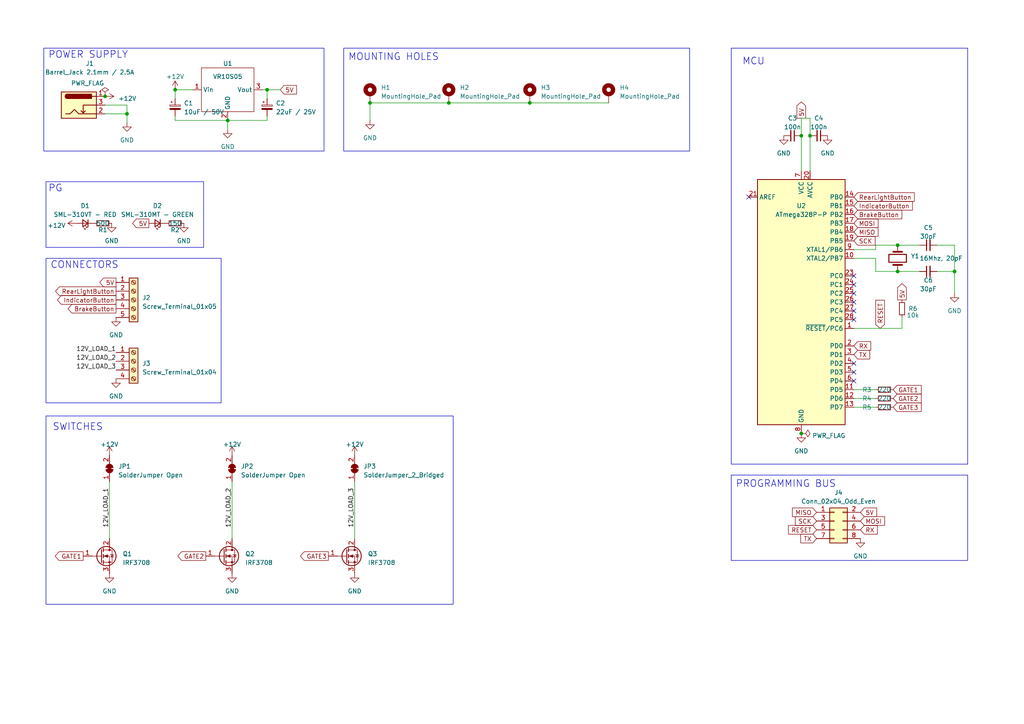
<source format=kicad_sch>
(kicad_sch (version 20230121) (generator eeschema)
  (paper "A4")
  (title_block (title "Light Control") (date "2023-03-21") (rev "1.0") (company "Maximilian Stucke"))
  (lib_symbols
    (symbol "Connector:Barrel_Jack_Switch" (pin_names hide)
      (property "Reference" "J" (at 0 5.334 0))
      (property "Value" "Barrel_Jack_Switch" (at 0 -5.08 0))
      (symbol "Barrel_Jack_Switch_0_1"
        (rectangle (start -5.08 3.81) (end 5.08 -3.81) (stroke (width 0.254)) (fill (type background)))
        (arc (start -3.302 3.175) (mid -3.9343 2.54) (end -3.302 1.905) (stroke (width 0.254)))
        (arc (start -3.302 3.175) (mid -3.9343 2.54) (end -3.302 1.905) (stroke (width 0.254)) (fill (type outline)))
        (polyline (pts (xy 1.27 -2.286) (xy 1.905 -1.651)) (stroke (width 0.254)))
        (polyline (pts (xy 5.08 2.54) (xy 3.81 2.54)) (stroke (width 0.254)))
        (polyline (pts (xy 5.08 0) (xy 1.27 0) (xy 1.27 -2.286) (xy 0.635 -1.651)) (stroke (width 0.254)))
        (polyline (pts (xy -3.81 -2.54) (xy -2.54 -2.54) (xy -1.27 -1.27) (xy 0 -2.54) (xy 2.54 -2.54) (xy 5.08 -2.54)) (stroke (width 0.254)))
        (rectangle (start 3.683 3.175) (end -3.302 1.905) (stroke (width 0.254)) (fill (type outline)))
      )
      (symbol "Barrel_Jack_Switch_1_1"
        (pin passive line (at 7.62 2.54 180) (length 2.54) (name "~") (number "1"))
        (pin passive line (at 7.62 -2.54 180) (length 2.54) (name "~") (number "2"))
        (pin passive line (at 7.62 0 180) (length 2.54) (name "~") (number "3"))
      )
    )
    (symbol "Connector:Screw_Terminal_01x04" (pin_names (offset 1.016) hide)
      (property "Reference" "J" (at 0 5.08 0))
      (property "Value" "Screw_Terminal_01x04" (at 0 -7.62 0))
      (symbol "Screw_Terminal_01x04_1_1"
        (rectangle (start -1.27 3.81) (end 1.27 -6.35) (stroke (width 0.254)) (fill (type background)))
        (circle (center 0 -5.08) (radius 0.635) (stroke (width 0.1524)))
        (circle (center 0 -2.54) (radius 0.635) (stroke (width 0.1524)))
        (polyline (pts (xy -0.5334 -4.7498) (xy 0.3302 -5.588)) (stroke (width 0.1524)))
        (polyline (pts (xy -0.5334 -2.2098) (xy 0.3302 -3.048)) (stroke (width 0.1524)))
        (polyline (pts (xy -0.5334 0.3302) (xy 0.3302 -0.508)) (stroke (width 0.1524)))
        (polyline (pts (xy -0.5334 2.8702) (xy 0.3302 2.032)) (stroke (width 0.1524)))
        (polyline (pts (xy -0.3556 -4.572) (xy 0.508 -5.4102)) (stroke (width 0.1524)))
        (polyline (pts (xy -0.3556 -2.032) (xy 0.508 -2.8702)) (stroke (width 0.1524)))
        (polyline (pts (xy -0.3556 0.508) (xy 0.508 -0.3302)) (stroke (width 0.1524)))
        (polyline (pts (xy -0.3556 3.048) (xy 0.508 2.2098)) (stroke (width 0.1524)))
        (circle (center 0 0) (radius 0.635) (stroke (width 0.1524)))
        (circle (center 0 2.54) (radius 0.635) (stroke (width 0.1524)))
        (pin passive line (at -5.08 2.54 0) (length 3.81) (name "Pin_1") (number "1"))
        (pin passive line (at -5.08 0 0) (length 3.81) (name "Pin_2") (number "2"))
        (pin passive line (at -5.08 -2.54 0) (length 3.81) (name "Pin_3") (number "3"))
        (pin passive line (at -5.08 -5.08 0) (length 3.81) (name "Pin_4") (number "4"))
      )
    )
    (symbol "Connector:Screw_Terminal_01x05" (pin_names (offset 1.016) hide)
      (property "Reference" "J" (at 0 7.62 0))
      (property "Value" "Screw_Terminal_01x05" (at 0 -7.62 0))
      (symbol "Screw_Terminal_01x05_1_1"
        (rectangle (start -1.27 6.35) (end 1.27 -6.35) (stroke (width 0.254)) (fill (type background)))
        (circle (center 0 -5.08) (radius 0.635) (stroke (width 0.1524)))
        (circle (center 0 -2.54) (radius 0.635) (stroke (width 0.1524)))
        (polyline (pts (xy -0.5334 -4.7498) (xy 0.3302 -5.588)) (stroke (width 0.1524)))
        (polyline (pts (xy -0.5334 -2.2098) (xy 0.3302 -3.048)) (stroke (width 0.1524)))
        (polyline (pts (xy -0.5334 0.3302) (xy 0.3302 -0.508)) (stroke (width 0.1524)))
        (polyline (pts (xy -0.5334 2.8702) (xy 0.3302 2.032)) (stroke (width 0.1524)))
        (polyline (pts (xy -0.5334 5.4102) (xy 0.3302 4.572)) (stroke (width 0.1524)))
        (polyline (pts (xy -0.3556 -4.572) (xy 0.508 -5.4102)) (stroke (width 0.1524)))
        (polyline (pts (xy -0.3556 -2.032) (xy 0.508 -2.8702)) (stroke (width 0.1524)))
        (polyline (pts (xy -0.3556 0.508) (xy 0.508 -0.3302)) (stroke (width 0.1524)))
        (polyline (pts (xy -0.3556 3.048) (xy 0.508 2.2098)) (stroke (width 0.1524)))
        (polyline (pts (xy -0.3556 5.588) (xy 0.508 4.7498)) (stroke (width 0.1524)))
        (circle (center 0 0) (radius 0.635) (stroke (width 0.1524)))
        (circle (center 0 2.54) (radius 0.635) (stroke (width 0.1524)))
        (circle (center 0 5.08) (radius 0.635) (stroke (width 0.1524)))
        (pin passive line (at -5.08 5.08 0) (length 3.81) (name "Pin_1") (number "1"))
        (pin passive line (at -5.08 2.54 0) (length 3.81) (name "Pin_2") (number "2"))
        (pin passive line (at -5.08 0 0) (length 3.81) (name "Pin_3") (number "3"))
        (pin passive line (at -5.08 -2.54 0) (length 3.81) (name "Pin_4") (number "4"))
        (pin passive line (at -5.08 -5.08 0) (length 3.81) (name "Pin_5") (number "5"))
      )
    )
    (symbol "Connector_Generic:Conn_02x04_Odd_Even" (pin_names (offset 1.016) hide)
      (property "Reference" "J" (at 1.27 5.08 0))
      (property "Value" "Conn_02x04_Odd_Even" (at 1.27 -7.62 0))
      (symbol "Conn_02x04_Odd_Even_1_1"
        (rectangle (start -1.27 -4.953) (end 0 -5.207) (stroke (width 0.1524)))
        (rectangle (start -1.27 -2.413) (end 0 -2.667) (stroke (width 0.1524)))
        (rectangle (start -1.27 0.127) (end 0 -0.127) (stroke (width 0.1524)))
        (rectangle (start -1.27 2.667) (end 0 2.413) (stroke (width 0.1524)))
        (rectangle (start -1.27 3.81) (end 3.81 -6.35) (stroke (width 0.254)) (fill (type background)))
        (rectangle (start 3.81 -4.953) (end 2.54 -5.207) (stroke (width 0.1524)))
        (rectangle (start 3.81 -2.413) (end 2.54 -2.667) (stroke (width 0.1524)))
        (rectangle (start 3.81 0.127) (end 2.54 -0.127) (stroke (width 0.1524)))
        (rectangle (start 3.81 2.667) (end 2.54 2.413) (stroke (width 0.1524)))
        (pin passive line (at -5.08 2.54 0) (length 3.81) (name "Pin_1") (number "1"))
        (pin passive line (at 7.62 2.54 180) (length 3.81) (name "Pin_2") (number "2"))
        (pin passive line (at -5.08 0 0) (length 3.81) (name "Pin_3") (number "3"))
        (pin passive line (at 7.62 0 180) (length 3.81) (name "Pin_4") (number "4"))
        (pin passive line (at -5.08 -2.54 0) (length 3.81) (name "Pin_5") (number "5"))
        (pin passive line (at 7.62 -2.54 180) (length 3.81) (name "Pin_6") (number "6"))
        (pin passive line (at -5.08 -5.08 0) (length 3.81) (name "Pin_7") (number "7"))
        (pin passive line (at 7.62 -5.08 180) (length 3.81) (name "Pin_8") (number "8"))
      )
    )
    (symbol "DCDC_Wandler:VR10"
      (property "Reference" "U" (at 0 0 0))
      (symbol "VR10_0_1"
        (polyline (pts (xy -7.62 6.35) (xy 7.62 6.35) (xy 7.62 -6.35) (xy -7.62 -6.35) (xy -7.62 6.35)))
      )
      (symbol "VR10_1_1"
        (pin power_in line (at -10.16 0 0) (length 2.54) (name "Vin") (number "1"))
        (pin input line (at 0 -8.89 90) (length 2.54) (name "GND") (number "2"))
        (pin power_out line (at 10.16 0 180) (length 2.54) (name "Vout") (number "3"))
      )
    )
    (symbol "Device:C_Polarized_Small" (pin_numbers hide) (pin_names (offset 0.254) hide)
      (property "Reference" "C" (at 0.254 1.778 0))
      (property "Value" "C_Polarized_Small" (at 0.254 -2.032 0))
      (symbol "C_Polarized_Small_0_1"
        (rectangle (start -1.524 -0.3048) (end 1.524 -0.6858) (fill (type outline)))
        (rectangle (start -1.524 0.6858) (end 1.524 0.3048))
        (polyline (pts (xy -1.27 1.524) (xy -0.762 1.524)))
        (polyline (pts (xy -1.016 1.27) (xy -1.016 1.778)))
      )
      (symbol "C_Polarized_Small_1_1"
        (pin passive line (at 0 2.54 270) (length 1.8542) (name "~") (number "1"))
        (pin passive line (at 0 -2.54 90) (length 1.8542) (name "~") (number "2"))
      )
    )
    (symbol "Device:C_Small" (pin_numbers hide) (pin_names (offset 0.254) hide)
      (property "Reference" "C" (at 0.254 1.778 0))
      (property "Value" "C_Small" (at 0.254 -2.032 0))
      (symbol "C_Small_0_1"
        (polyline (pts (xy -1.524 -0.508) (xy 1.524 -0.508)) (stroke (width 0.3302)))
        (polyline (pts (xy -1.524 0.508) (xy 1.524 0.508)) (stroke (width 0.3048)))
      )
      (symbol "C_Small_1_1"
        (pin passive line (at 0 2.54 270) (length 2.032) (name "~") (number "1"))
        (pin passive line (at 0 -2.54 90) (length 2.032) (name "~") (number "2"))
      )
    )
    (symbol "Device:Crystal" (pin_numbers hide) (pin_names (offset 1.016) hide)
      (property "Reference" "Y" (at 0 3.81 0))
      (property "Value" "Crystal" (at 0 -3.81 0))
      (symbol "Crystal_0_1"
        (rectangle (start -1.143 2.54) (end 1.143 -2.54) (stroke (width 0.3048)))
        (polyline (pts (xy -2.54 0) (xy -1.905 0)))
        (polyline (pts (xy -1.905 -1.27) (xy -1.905 1.27)) (stroke (width 0.508)))
        (polyline (pts (xy 1.905 -1.27) (xy 1.905 1.27)) (stroke (width 0.508)))
        (polyline (pts (xy 2.54 0) (xy 1.905 0)))
      )
      (symbol "Crystal_1_1"
        (pin passive line (at -3.81 0 0) (length 1.27) (name "1") (number "1"))
        (pin passive line (at 3.81 0 180) (length 1.27) (name "2") (number "2"))
      )
    )
    (symbol "Device:LED_Small" (pin_numbers hide) (pin_names (offset 0.254) hide)
      (property "Reference" "D" (at -1.27 3.175 0))
      (property "Value" "LED_Small" (at -4.445 -2.54 0))
      (symbol "LED_Small_0_1"
        (polyline (pts (xy -0.762 -1.016) (xy -0.762 1.016)) (stroke (width 0.254)))
        (polyline (pts (xy 1.016 0) (xy -0.762 0)))
        (polyline (pts (xy 0.762 -1.016) (xy -0.762 0) (xy 0.762 1.016) (xy 0.762 -1.016)) (stroke (width 0.254)))
        (polyline (pts (xy 0 0.762) (xy -0.508 1.27) (xy -0.254 1.27) (xy -0.508 1.27) (xy -0.508 1.016)))
        (polyline (pts (xy 0.508 1.27) (xy 0 1.778) (xy 0.254 1.778) (xy 0 1.778) (xy 0 1.524)))
      )
      (symbol "LED_Small_1_1"
        (pin passive line (at -2.54 0 0) (length 1.778) (name "K") (number "1"))
        (pin passive line (at 2.54 0 180) (length 1.778) (name "A") (number "2"))
      )
    )
    (symbol "Device:R_Small" (pin_numbers hide) (pin_names (offset 0.254) hide)
      (property "Reference" "R" (at 0.762 0.508 0))
      (property "Value" "R_Small" (at 0.762 -1.016 0))
      (symbol "R_Small_0_1"
        (rectangle (start -0.762 1.778) (end 0.762 -1.778) (stroke (width 0.2032)))
      )
      (symbol "R_Small_1_1"
        (pin passive line (at 0 2.54 270) (length 0.762) (name "~") (number "1"))
        (pin passive line (at 0 -2.54 90) (length 0.762) (name "~") (number "2"))
      )
    )
    (symbol "Jumper:SolderJumper_2_Bridged" (pin_names (offset 0) hide)
      (property "Reference" "JP" (at 0 2.032 0))
      (property "Value" "SolderJumper_2_Bridged" (at 0 -2.54 0))
      (symbol "SolderJumper_2_Bridged_0_1"
        (rectangle (start -0.508 0.508) (end 0.508 -0.508) (fill (type outline)))
        (arc (start -0.254 1.016) (mid -1.2656 0) (end -0.254 -1.016))
        (arc (start -0.254 1.016) (mid -1.2656 0) (end -0.254 -1.016) (fill (type outline)))
        (polyline (pts (xy -0.254 1.016) (xy -0.254 -1.016)))
        (polyline (pts (xy 0.254 1.016) (xy 0.254 -1.016)))
        (arc (start 0.254 -1.016) (mid 1.2656 0) (end 0.254 1.016))
        (arc (start 0.254 -1.016) (mid 1.2656 0) (end 0.254 1.016) (fill (type outline)))
      )
      (symbol "SolderJumper_2_Bridged_1_1"
        (pin passive line (at -3.81 0 0) (length 2.54) (name "A") (number "1"))
        (pin passive line (at 3.81 0 180) (length 2.54) (name "B") (number "2"))
      )
    )
    (symbol "MCU_Microchip_ATmega:ATmega328P-P"
      (property "Reference" "U" (at -12.7 36.83 0))
      (property "Value" "ATmega328P-P" (at 2.54 -36.83 0))
      (symbol "ATmega328P-P_0_1"
        (rectangle (start -12.7 -35.56) (end 12.7 35.56) (stroke (width 0.254)) (fill (type background)))
      )
      (symbol "ATmega328P-P_1_1"
        (pin bidirectional line (at 15.24 -7.62 180) (length 2.54) (name "~{RESET}/PC6") (number "1"))
        (pin bidirectional line (at 15.24 12.7 180) (length 2.54) (name "XTAL2/PB7") (number "10"))
        (pin bidirectional line (at 15.24 -25.4 180) (length 2.54) (name "PD5") (number "11"))
        (pin bidirectional line (at 15.24 -27.94 180) (length 2.54) (name "PD6") (number "12"))
        (pin bidirectional line (at 15.24 -30.48 180) (length 2.54) (name "PD7") (number "13"))
        (pin bidirectional line (at 15.24 30.48 180) (length 2.54) (name "PB0") (number "14"))
        (pin bidirectional line (at 15.24 27.94 180) (length 2.54) (name "PB1") (number "15"))
        (pin bidirectional line (at 15.24 25.4 180) (length 2.54) (name "PB2") (number "16"))
        (pin bidirectional line (at 15.24 22.86 180) (length 2.54) (name "PB3") (number "17"))
        (pin bidirectional line (at 15.24 20.32 180) (length 2.54) (name "PB4") (number "18"))
        (pin bidirectional line (at 15.24 17.78 180) (length 2.54) (name "PB5") (number "19"))
        (pin bidirectional line (at 15.24 -12.7 180) (length 2.54) (name "PD0") (number "2"))
        (pin power_in line (at 2.54 38.1 270) (length 2.54) (name "AVCC") (number "20"))
        (pin passive line (at -15.24 30.48 0) (length 2.54) (name "AREF") (number "21"))
        (pin passive line (at 0 -38.1 90) (length 2.54) hide (name "GND") (number "22"))
        (pin bidirectional line (at 15.24 7.62 180) (length 2.54) (name "PC0") (number "23"))
        (pin bidirectional line (at 15.24 5.08 180) (length 2.54) (name "PC1") (number "24"))
        (pin bidirectional line (at 15.24 2.54 180) (length 2.54) (name "PC2") (number "25"))
        (pin bidirectional line (at 15.24 0 180) (length 2.54) (name "PC3") (number "26"))
        (pin bidirectional line (at 15.24 -2.54 180) (length 2.54) (name "PC4") (number "27"))
        (pin bidirectional line (at 15.24 -5.08 180) (length 2.54) (name "PC5") (number "28"))
        (pin bidirectional line (at 15.24 -15.24 180) (length 2.54) (name "PD1") (number "3"))
        (pin bidirectional line (at 15.24 -17.78 180) (length 2.54) (name "PD2") (number "4"))
        (pin bidirectional line (at 15.24 -20.32 180) (length 2.54) (name "PD3") (number "5"))
        (pin bidirectional line (at 15.24 -22.86 180) (length 2.54) (name "PD4") (number "6"))
        (pin power_in line (at 0 38.1 270) (length 2.54) (name "VCC") (number "7"))
        (pin power_in line (at 0 -38.1 90) (length 2.54) (name "GND") (number "8"))
        (pin bidirectional line (at 15.24 15.24 180) (length 2.54) (name "XTAL1/PB6") (number "9"))
      )
    )
    (symbol "Mechanical:MountingHole_Pad" (pin_numbers hide) (pin_names (offset 1.016) hide)
      (property "Reference" "H" (at 0 6.35 0))
      (property "Value" "MountingHole_Pad" (at 0 4.445 0))
      (symbol "MountingHole_Pad_0_1"
        (circle (center 0 1.27) (radius 1.27) (stroke (width 1.27)))
      )
      (symbol "MountingHole_Pad_1_1"
        (pin input line (at 0 -2.54 90) (length 2.54) (name "1") (number "1"))
      )
    )
    (symbol "Transistor_FET:IRF3205" (pin_names hide)
      (property "Reference" "Q" (at 6.35 1.905 0))
      (property "Value" "IRF3205" (at 6.35 0 0))
      (symbol "IRF3205_0_1"
        (polyline (pts (xy 0.254 0) (xy -2.54 0)))
        (polyline (pts (xy 0.254 1.905) (xy 0.254 -1.905)) (stroke (width 0.254)))
        (polyline (pts (xy 0.762 -1.27) (xy 0.762 -2.286)) (stroke (width 0.254)))
        (polyline (pts (xy 0.762 0.508) (xy 0.762 -0.508)) (stroke (width 0.254)))
        (polyline (pts (xy 0.762 2.286) (xy 0.762 1.27)) (stroke (width 0.254)))
        (polyline (pts (xy 2.54 2.54) (xy 2.54 1.778)))
        (polyline (pts (xy 2.54 -2.54) (xy 2.54 0) (xy 0.762 0)))
        (polyline (pts (xy 0.762 -1.778) (xy 3.302 -1.778) (xy 3.302 1.778) (xy 0.762 1.778)))
        (polyline (pts (xy 1.016 0) (xy 2.032 0.381) (xy 2.032 -0.381) (xy 1.016 0)) (fill (type outline)))
        (polyline (pts (xy 2.794 0.508) (xy 2.921 0.381) (xy 3.683 0.381) (xy 3.81 0.254)))
        (polyline (pts (xy 3.302 0.381) (xy 2.921 -0.254) (xy 3.683 -0.254) (xy 3.302 0.381)))
        (circle (center 1.651 0) (radius 2.794) (stroke (width 0.254)))
        (circle (center 2.54 -1.778) (radius 0.254) (fill (type outline)))
        (circle (center 2.54 1.778) (radius 0.254) (fill (type outline)))
      )
      (symbol "IRF3205_1_1"
        (pin input line (at -5.08 0 0) (length 2.54) (name "G") (number "1"))
        (pin passive line (at 2.54 5.08 270) (length 2.54) (name "D") (number "2"))
        (pin passive line (at 2.54 -5.08 90) (length 2.54) (name "S") (number "3"))
      )
    )
    (symbol "power:+12V" (power) (pin_names (offset 0))
      (property "Value" "+12V" (at 0 3.556 0))
      (symbol "+12V_0_1"
        (polyline (pts (xy -0.762 1.27) (xy 0 2.54)))
        (polyline (pts (xy 0 0) (xy 0 2.54)))
        (polyline (pts (xy 0 2.54) (xy 0.762 1.27)))
      )
      (symbol "+12V_1_1"
        (pin power_in line (at 0 0 90) (length 0) hide (name "+12V") (number "1"))
      )
    )
    (symbol "power:GND" (power) (pin_names (offset 0))
      (property "Value" "GND" (at 0 -3.81 0))
      (symbol "GND_0_1"
        (polyline (pts (xy 0 0) (xy 0 -1.27) (xy 1.27 -1.27) (xy 0 -2.54) (xy -1.27 -1.27) (xy 0 -1.27)))
      )
      (symbol "GND_1_1"
        (pin power_in line (at 0 0 270) (length 0) hide (name "GND") (number "1"))
      )
    )
    (symbol "power:PWR_FLAG" (power) (pin_numbers hide) (pin_names (offset 0) hide)
      (property "Value" "PWR_FLAG" (at 0 3.81 0))
      (symbol "PWR_FLAG_0_0"
        (pin power_out line (at 0 0 90) (length 0) (name "pwr") (number "1"))
      )
      (symbol "PWR_FLAG_0_1"
        (polyline (pts (xy 0 0) (xy 0 1.27) (xy -1.016 1.905) (xy 0 2.54) (xy 1.016 1.905) (xy 0 1.27)))
      )
    )
  )
  (junction (at 234.95 39.37))
  (junction (at 66.04 34.925))
  (junction (at 260.35 71.12))
  (junction (at 77.47 26.035))
  (junction (at 36.83 33.02))
  (junction (at 276.86 78.74))
  (junction (at 107.315 29.845))
  (junction (at 50.8 26.035))
  (junction (at 130.175 29.845))
  (junction (at 153.67 29.845))
  (junction (at 232.41 39.37))
  (junction (at 30.48 27.94))
  (junction (at 232.41 125.73))
  (junction (at 260.35 78.74))
  (no_connect (at 247.65 110.49))
  (no_connect (at 247.65 80.01))
  (no_connect (at 247.65 92.71))
  (no_connect (at 247.65 107.95))
  (no_connect (at 247.65 85.09))
  (no_connect (at 247.65 90.17))
  (no_connect (at 217.17 57.15))
  (no_connect (at 247.65 82.55))
  (no_connect (at 247.65 87.63))
  (no_connect (at 247.65 105.41))
  (wire (pts (xy 276.86 78.74) (xy 276.86 85.09)))
  (wire (pts (xy 271.78 71.12) (xy 276.86 71.12)))
  (wire (pts (xy 67.31 139.7) (xy 67.31 156.21)))
  (wire (pts (xy 77.47 26.035) (xy 81.28 26.035)))
  (wire (pts (xy 36.83 33.02) (xy 36.83 35.56)))
  (wire (pts (xy 77.47 34.925) (xy 77.47 33.655)))
  (wire (pts (xy 247.65 118.11) (xy 254 118.11)))
  (wire (pts (xy 234.95 39.37) (xy 234.95 49.53)))
  (wire (pts (xy 76.2 26.035) (xy 77.47 26.035)))
  (wire (pts (xy 247.65 72.39) (xy 254 72.39)))
  (wire (pts (xy 50.8 26.035) (xy 50.8 28.575)))
  (wire (pts (xy 66.04 34.925) (xy 77.47 34.925)))
  (wire (pts (xy 276.86 71.12) (xy 276.86 78.74)))
  (wire (pts (xy 260.35 71.12) (xy 266.7 71.12)))
  (wire (pts (xy 261.62 95.25) (xy 261.62 92.075)))
  (wire (pts (xy 247.65 95.25) (xy 261.62 95.25)))
  (wire (pts (xy 102.87 139.7) (xy 102.87 156.21)))
  (wire (pts (xy 30.48 30.48) (xy 36.83 30.48)))
  (wire (pts (xy 260.35 78.74) (xy 266.7 78.74)))
  (wire (pts (xy 50.8 33.655) (xy 50.8 34.925)))
  (wire (pts (xy 234.95 34.29) (xy 234.95 39.37)))
  (wire (pts (xy 254 71.12) (xy 260.35 71.12)))
  (wire (pts (xy 30.48 33.02) (xy 36.83 33.02)))
  (wire (pts (xy 254 72.39) (xy 254 71.12)))
  (wire (pts (xy 247.65 113.03) (xy 254 113.03)))
  (wire (pts (xy 66.04 34.925) (xy 66.04 37.465)))
  (wire (pts (xy 153.67 29.845) (xy 176.53 29.845)))
  (wire (pts (xy 232.41 34.29) (xy 234.95 34.29)))
  (wire (pts (xy 271.78 78.74) (xy 276.86 78.74)))
  (wire (pts (xy 247.65 74.93) (xy 254 74.93)))
  (wire (pts (xy 254 78.74) (xy 260.35 78.74)))
  (wire (pts (xy 107.315 29.845) (xy 107.315 34.925)))
  (wire (pts (xy 31.75 139.7) (xy 31.75 156.21)))
  (wire (pts (xy 36.83 30.48) (xy 36.83 33.02)))
  (wire (pts (xy 107.315 29.845) (xy 130.175 29.845)))
  (wire (pts (xy 50.8 26.035) (xy 55.88 26.035)))
  (wire (pts (xy 232.41 39.37) (xy 232.41 49.53)))
  (wire (pts (xy 77.47 26.035) (xy 77.47 28.575)))
  (wire (pts (xy 232.41 34.29) (xy 232.41 39.37)))
  (wire (pts (xy 254 74.93) (xy 254 78.74)))
  (wire (pts (xy 50.8 34.925) (xy 66.04 34.925)))
  (wire (pts (xy 247.65 115.57) (xy 254 115.57)))
  (wire (pts (xy 130.175 29.845) (xy 153.67 29.845)))
  (rectangle (start 13.335 120.65) (end 131.445 175.26))
  (rectangle (start 212.09 137.795) (end 280.67 162.56))
  (rectangle (start 13.335 52.705) (end 59.055 71.755))
  (rectangle (start 12.7 13.97) (end 93.98 43.815))
  (rectangle (start 99.695 13.97) (end 200.025 43.815))
  (rectangle (start 212.09 13.97) (end 280.67 134.62))
  (rectangle (start 13.335 74.93) (end 64.135 116.84))
  (text "PROGRAMMING BUS" (at 213.36 141.605 0) (effects (font (size 2 2)) (justify left bottom)))
  (text "CONNECTORS" (at 14.605 78.105 0) (effects (font (size 2 2)) (justify left bottom)))
  (text "POWER SUPPLY" (at 13.97 17.145 0) (effects (font (size 2 2)) (justify left bottom)))
  (text "MOUNTING HOLES" (at 100.965 17.78 0) (effects (font (size 2 2)) (justify left bottom)))
  (text "PG" (at 13.97 55.88 0) (effects (font (size 2 2)) (justify left bottom)))
  (text "SWITCHES" (at 15.24 125.095 0) (effects (font (size 2 2)) (justify left bottom)))
  (text "MCU" (at 215.265 19.05 0) (effects (font (size 2 2)) (justify left bottom)))
  (label "12V_LOAD_1" (at 33.655 102.235 180))
  (label "12V_LOAD_2" (at 67.31 153.035 90))
  (label "12V_LOAD_3" (at 33.655 107.315 180))
  (label "12V_LOAD_3" (at 102.87 153.035 90))
  (label "12V_LOAD_1" (at 31.75 153.035 90))
  (label "12V_LOAD_2" (at 33.655 104.775 180))
  (global_label "5V" (shape input) (at 81.28 26.035 0) (property "Intersheetrefs" "${INTERSHEET_REFS}" (effects hide)))
  (global_label "MISO" (shape input) (at 247.65 67.31 0) (property "Intersheetrefs" "${INTERSHEET_REFS}" (effects hide)))
  (global_label "GATE1" (shape input) (at 259.08 113.03 0) (property "Intersheetrefs" "${INTERSHEET_REFS}" (effects hide)))
  (global_label "RX" (shape input) (at 249.555 153.67 0) (property "Intersheetrefs" "${INTERSHEET_REFS}" (effects hide)))
  (global_label "GATE2" (shape output) (at 59.69 161.29 180) (property "Intersheetrefs" "${INTERSHEET_REFS}" (effects hide)))
  (global_label "RearLightButton" (shape input) (at 247.65 57.15 0) (property "Intersheetrefs" "${INTERSHEET_REFS}" (effects hide)))
  (global_label "5V" (shape output) (at 33.655 81.915 180) (property "Intersheetrefs" "${INTERSHEET_REFS}" (effects hide)))
  (global_label "GATE2" (shape input) (at 259.08 115.57 0) (property "Intersheetrefs" "${INTERSHEET_REFS}" (effects hide)))
  (global_label "SCK" (shape input) (at 236.855 151.13 180) (property "Intersheetrefs" "${INTERSHEET_REFS}" (effects hide)))
  (global_label "TX" (shape input) (at 247.65 102.87 0) (property "Intersheetrefs" "${INTERSHEET_REFS}" (effects hide)))
  (global_label "IndicatorButton" (shape output) (at 33.655 86.995 180) (property "Intersheetrefs" "${INTERSHEET_REFS}" (effects hide)))
  (global_label "GATE3" (shape input) (at 259.08 118.11 0) (property "Intersheetrefs" "${INTERSHEET_REFS}" (effects hide)))
  (global_label "GATE3" (shape output) (at 95.25 161.29 180) (property "Intersheetrefs" "${INTERSHEET_REFS}" (effects hide)))
  (global_label "BrakeButton" (shape input) (at 247.65 62.23 0) (property "Intersheetrefs" "${INTERSHEET_REFS}" (effects hide)))
  (global_label "5V" (shape output) (at 43.18 64.77 180) (property "Intersheetrefs" "${INTERSHEET_REFS}" (effects hide)))
  (global_label "RESET" (shape input) (at 236.855 153.67 180) (property "Intersheetrefs" "${INTERSHEET_REFS}" (effects hide)))
  (global_label "BrakeButton" (shape output) (at 33.655 89.535 180) (property "Intersheetrefs" "${INTERSHEET_REFS}" (effects hide)))
  (global_label "MOSI" (shape input) (at 249.555 151.13 0) (property "Intersheetrefs" "${INTERSHEET_REFS}" (effects hide)))
  (global_label "5V" (shape input) (at 249.555 148.59 0) (property "Intersheetrefs" "${INTERSHEET_REFS}" (effects hide)))
  (global_label "TX" (shape input) (at 236.855 156.21 180) (property "Intersheetrefs" "${INTERSHEET_REFS}" (effects hide)))
  (global_label "GATE1" (shape output) (at 24.13 161.29 180) (property "Intersheetrefs" "${INTERSHEET_REFS}" (effects hide)))
  (global_label "5V" (shape output) (at 232.41 34.29 90) (property "Intersheetrefs" "${INTERSHEET_REFS}" (effects hide)))
  (global_label "RearLightButton" (shape output) (at 33.655 84.455 180) (property "Intersheetrefs" "${INTERSHEET_REFS}" (effects hide)))
  (global_label "IndicatorButton" (shape input) (at 247.65 59.69 0) (property "Intersheetrefs" "${INTERSHEET_REFS}" (effects hide)))
  (global_label "MISO" (shape input) (at 236.855 148.59 180) (property "Intersheetrefs" "${INTERSHEET_REFS}" (effects hide)))
  (global_label "SCK" (shape input) (at 247.65 69.85 0) (property "Intersheetrefs" "${INTERSHEET_REFS}" (effects hide)))
  (global_label "RESET" (shape input) (at 255.27 95.25 90) (property "Intersheetrefs" "${INTERSHEET_REFS}" (effects hide)))
  (global_label "5V" (shape output) (at 261.62 86.995 90) (property "Intersheetrefs" "${INTERSHEET_REFS}" (effects hide)))
  (global_label "MOSI" (shape input) (at 247.65 64.77 0) (property "Intersheetrefs" "${INTERSHEET_REFS}" (effects hide)))
  (global_label "RX" (shape input) (at 247.65 100.33 0) (property "Intersheetrefs" "${INTERSHEET_REFS}" (effects hide)))
  (symbol (lib_id "power:PWR_FLAG") (at 30.48 27.94 0) (unit 1)
    (property "Reference" "#FLG01" (effects hide))
    (property "Value" "PWR_FLAG" (at 25.4 24.13 0))
  )
  (symbol (lib_id "MCU_Microchip_ATmega:ATmega328P-P") (at 232.41 87.63 0) (unit 1)
    (property "Reference" "U2" (at 232.41 59.69 0))
    (property "Value" "ATmega328P-P" (at 232.41 62.23 0))
    (property "Footprint" "Package_DIP:DIP-28_W7.62mm" (effects hide))
    (property "Datasheet" "http://ww1.microchip.com/downloads/en/DeviceDoc/ATmega328_P%20AVR%20MCU%20with%20picoPower%20Technology%20Data%20Sheet%2040001984A.pdf" (effects hide))
  )
  (symbol (lib_id "Mechanical:MountingHole_Pad") (at 176.53 27.305 0) (unit 1)
    (property "Reference" "H4" (at 179.705 25.4 0) (effects (justify left)))
    (property "Value" "MountingHole_Pad" (at 179.705 27.94 0) (effects (justify left)))
    (property "Footprint" "MountingHole:MountingHole_3.2mm_M3_DIN965_Pad" (effects hide))
  )
  (symbol (lib_id "Connector:Screw_Terminal_01x05") (at 38.735 86.995 0) (unit 1)
    (property "Reference" "J2" (at 41.275 86.36 0) (effects (justify left)))
    (property "Value" "Screw_Terminal_01x05" (at 41.275 88.9 0) (effects (justify left)))
    (property "Footprint" "TerminalBlock_TE-Connectivity:TerminalBlock_TE_282834-5_1x05_P2.54mm_Horizontal" (effects hide))
  )
  (symbol (lib_id "Device:R_Small") (at 256.54 115.57 90) (unit 1)
    (property "Reference" "R4" (at 251.46 115.57 90))
    (property "Value" "220" (at 256.54 115.57 90))
    (property "Footprint" "Resistor_SMD:R_0603_1608Metric" (effects hide))
  )
  (symbol (lib_id "Device:C_Small") (at 237.49 39.37 270) (unit 1)
    (property "Reference" "C4" (at 237.4836 34.29 90))
    (property "Value" "100n" (at 237.4836 36.83 90))
    (property "Footprint" "Capacitor_SMD:C_0603_1608Metric" (effects hide))
  )
  (symbol (lib_id "power:GND") (at 33.655 109.855 0) (unit 1)
    (property "Reference" "#PWR07" (effects hide))
    (property "Value" "GND" (at 33.655 114.935 0))
  )
  (symbol (lib_id "power:GND") (at 240.03 39.37 0) (unit 1)
    (property "Reference" "#PWR019" (effects hide))
    (property "Value" "GND" (at 240.03 44.45 0))
  )
  (symbol (lib_id "power:+12V") (at 67.31 132.08 0) (unit 1)
    (property "Reference" "#PWR012" (effects hide))
    (property "Value" "+12V" (at 67.31 128.905 0))
  )
  (symbol (lib_id "Device:R_Small") (at 261.62 89.535 180) (unit 1)
    (property "Reference" "R6" (at 264.795 89.535 0))
    (property "Value" "10k" (at 264.795 91.44 0))
    (property "Footprint" "Resistor_SMD:R_0603_1608Metric" (effects hide))
  )
  (symbol (lib_id "power:+12V") (at 22.225 64.77 90) (unit 1)
    (property "Reference" "#PWR01" (effects hide))
    (property "Value" "+12V" (at 19.05 65.405 90) (effects (justify left)))
  )
  (symbol (lib_id "power:GND") (at 67.31 166.37 0) (unit 1)
    (property "Reference" "#PWR013" (effects hide))
    (property "Value" "GND" (at 67.31 171.45 0))
  )
  (symbol (lib_id "power:GND") (at 276.86 85.09 0) (unit 1)
    (property "Reference" "#PWR021" (effects hide))
    (property "Value" "GND" (at 276.86 90.17 0))
  )
  (symbol (lib_id "Connector_Generic:Conn_02x04_Odd_Even") (at 241.935 151.13 0) (unit 1)
    (property "Reference" "J4" (at 243.205 142.875 0))
    (property "Value" "Conn_02x04_Odd_Even" (at 243.205 145.415 0))
    (property "Footprint" "Connector_PinHeader_2.54mm:PinHeader_2x04_P2.54mm_Vertical" (effects hide))
  )
  (symbol (lib_id "power:GND") (at 66.04 37.465 0) (unit 1)
    (property "Reference" "#PWR011" (effects hide))
    (property "Value" "GND" (at 66.04 42.545 0))
  )
  (symbol (lib_id "Jumper:SolderJumper_2_Bridged") (at 67.31 135.89 90) (unit 1)
    (property "Reference" "JP2" (at 69.85 135.255 90) (effects (justify right)))
    (property "Value" "SolderJumper Open" (at 69.85 137.795 90) (effects (justify right)))
    (property "Footprint" "Jumper:SolderJumper-2_P1.3mm_Open_TrianglePad1.0x1.5mm" (effects hide))
  )
  (symbol (lib_id "Device:C_Small") (at 269.24 71.12 90) (unit 1)
    (property "Reference" "C5" (at 269.2463 66.04 90))
    (property "Value" "30pF" (at 269.2463 68.58 90))
    (property "Footprint" "Capacitor_SMD:C_0603_1608Metric" (effects hide))
  )
  (symbol (lib_id "Jumper:SolderJumper_2_Bridged") (at 31.75 135.89 90) (unit 1)
    (property "Reference" "JP1" (at 34.29 135.255 90) (effects (justify right)))
    (property "Value" "SolderJumper Open" (at 34.29 137.795 90) (effects (justify right)))
    (property "Footprint" "Jumper:SolderJumper-2_P1.3mm_Open_TrianglePad1.0x1.5mm" (effects hide))
  )
  (symbol (lib_id "Device:Crystal") (at 260.35 74.93 90) (unit 1)
    (property "Reference" "Y1" (at 264.16 74.295 90) (effects (justify right)))
    (property "Value" "16Mhz, 20pF" (at 266.7 74.93 90) (effects (justify right)))
    (property "Footprint" "Crystal:Crystal_HC49-4H_Vertical" (effects hide))
  )
  (symbol (lib_id "Device:R_Small") (at 29.845 64.77 270) (unit 1)
    (property "Reference" "R1" (at 29.845 66.675 90))
    (property "Value" "500" (at 29.845 64.77 90))
    (property "Footprint" "Resistor_SMD:R_0603_1608Metric" (effects hide))
  )
  (symbol (lib_id "Device:C_Small") (at 269.24 78.74 90) (unit 1)
    (property "Reference" "C6" (at 269.24 81.28 90))
    (property "Value" "30pF" (at 269.24 83.82 90))
    (property "Footprint" "Capacitor_SMD:C_0603_1608Metric" (effects hide))
  )
  (symbol (lib_id "Mechanical:MountingHole_Pad") (at 130.175 27.305 0) (unit 1)
    (property "Reference" "H2" (at 133.35 25.4 0) (effects (justify left)))
    (property "Value" "MountingHole_Pad" (at 133.35 27.94 0) (effects (justify left)))
    (property "Footprint" "MountingHole:MountingHole_3.2mm_M3_DIN965_Pad" (effects hide))
  )
  (symbol (lib_id "power:+12V") (at 31.75 132.08 0) (unit 1)
    (property "Reference" "#PWR03" (effects hide))
    (property "Value" "+12V" (at 31.75 128.905 0))
  )
  (symbol (lib_id "Device:C_Small") (at 229.87 39.37 270) (unit 1)
    (property "Reference" "C3" (at 229.8636 34.29 90))
    (property "Value" "100n" (at 229.8636 36.83 90))
    (property "Footprint" "Capacitor_SMD:C_0603_1608Metric" (effects hide))
  )
  (symbol (lib_id "power:+12V") (at 30.48 27.94 270) (unit 1)
    (property "Reference" "#PWR02" (effects hide))
    (property "Value" "+12V" (at 34.29 28.575 90) (effects (justify left)))
  )
  (symbol (lib_id "Transistor_FET:IRF3205") (at 64.77 161.29 0) (unit 1)
    (property "Reference" "Q2" (at 71.12 160.655 0) (effects (justify left)))
    (property "Value" "IRF3708" (at 71.12 163.195 0) (effects (justify left)))
    (property "Footprint" "Package_TO_SOT_THT:TO-220-3_Vertical" (effects hide))
    (property "Datasheet" "https://www.infineon.com/dgdl/Infineon-IRF3708-DataSheet-v01_01-EN.pdf?fileId=5546d462533600a4015355df7cf5193c" (effects hide))
  )
  (symbol (lib_id "Connector:Screw_Terminal_01x04") (at 38.735 104.775 0) (unit 1)
    (property "Reference" "J3" (at 41.275 105.41 0) (effects (justify left)))
    (property "Value" "Screw_Terminal_01x04" (at 41.275 107.95 0) (effects (justify left)))
    (property "Footprint" "TerminalBlock_TE-Connectivity:TerminalBlock_TE_282834-4_1x04_P2.54mm_Horizontal" (effects hide))
  )
  (symbol (lib_id "power:GND") (at 36.83 35.56 0) (unit 1)
    (property "Reference" "#PWR08" (effects hide))
    (property "Value" "GND" (at 36.83 40.64 0))
  )
  (symbol (lib_id "power:GND") (at 32.385 64.77 0) (unit 1)
    (property "Reference" "#PWR05" (effects hide))
    (property "Value" "GND" (at 32.385 69.85 0))
  )
  (symbol (lib_id "power:GND") (at 31.75 166.37 0) (unit 1)
    (property "Reference" "#PWR04" (effects hide))
    (property "Value" "GND" (at 31.75 171.45 0))
  )
  (symbol (lib_id "Jumper:SolderJumper_2_Bridged") (at 102.87 135.89 90) (unit 1)
    (property "Reference" "JP3" (at 105.41 135.255 90) (effects (justify right)))
    (property "Value" "SolderJumper_2_Bridged" (at 105.41 137.795 90) (effects (justify right)))
    (property "Footprint" "Jumper:SolderJumper-2_P1.3mm_Open_TrianglePad1.0x1.5mm" (effects hide))
  )
  (symbol (lib_id "power:PWR_FLAG") (at 232.41 125.73 270) (unit 1)
    (property "Reference" "#FLG02" (effects hide))
    (property "Value" "PWR_FLAG" (at 235.585 126.365 90) (effects (justify left)))
  )
  (symbol (lib_id "Device:LED_Small") (at 45.72 64.77 180) (unit 1)
    (property "Reference" "D2" (at 45.6565 59.69 0))
    (property "Value" "SML-310MT - GREEN" (at 45.6565 62.23 0))
    (property "Footprint" "LED_SMD:LED_0603_1608Metric" (effects hide))
  )
  (symbol (lib_id "power:+12V") (at 50.8 26.035 0) (unit 1)
    (property "Reference" "#PWR09" (effects hide))
    (property "Value" "+12V" (at 50.8 22.225 0))
  )
  (symbol (lib_id "Transistor_FET:IRF3205") (at 100.33 161.29 0) (unit 1)
    (property "Reference" "Q3" (at 106.68 160.655 0) (effects (justify left)))
    (property "Value" "IRF3708" (at 106.68 163.195 0) (effects (justify left)))
    (property "Footprint" "Package_TO_SOT_THT:TO-220-3_Vertical" (effects hide))
    (property "Datasheet" "https://www.infineon.com/dgdl/Infineon-IRF3708-DataSheet-v01_01-EN.pdf?fileId=5546d462533600a4015355df7cf5193c" (effects hide))
  )
  (symbol (lib_id "power:GND") (at 107.315 34.925 0) (unit 1)
    (property "Reference" "#PWR016" (effects hide))
    (property "Value" "GND" (at 107.315 40.005 0))
  )
  (symbol (lib_id "power:+12V") (at 102.87 132.08 0) (unit 1)
    (property "Reference" "#PWR014" (effects hide))
    (property "Value" "+12V" (at 102.87 128.905 0))
  )
  (symbol (lib_id "Device:R_Small") (at 256.54 118.11 90) (unit 1)
    (property "Reference" "R5" (at 251.46 118.11 90))
    (property "Value" "220" (at 256.54 118.11 90))
    (property "Footprint" "Resistor_SMD:R_0603_1608Metric" (effects hide))
  )
  (symbol (lib_id "Device:C_Polarized_Small") (at 50.8 31.115 0) (unit 1)
    (property "Reference" "C1" (at 53.34 29.9339 0) (effects (justify left)))
    (property "Value" "10uF / 50V" (at 53.34 32.4739 0) (effects (justify left)))
    (property "Footprint" "Capacitor_THT:C_Radial_D5.0mm_H5.0mm_P2.00mm" (effects hide))
  )
  (symbol (lib_id "power:GND") (at 53.34 64.77 0) (unit 1)
    (property "Reference" "#PWR010" (effects hide))
    (property "Value" "GND" (at 53.34 69.85 0))
  )
  (symbol (lib_id "power:GND") (at 249.555 156.21 0) (unit 1)
    (property "Reference" "#PWR020" (effects hide))
    (property "Value" "GND" (at 249.555 161.29 0))
  )
  (symbol (lib_id "Device:C_Polarized_Small") (at 77.47 31.115 0) (unit 1)
    (property "Reference" "C2" (at 80.01 29.9339 0) (effects (justify left)))
    (property "Value" "22uF / 25V" (at 80.01 32.4739 0) (effects (justify left)))
    (property "Footprint" "Capacitor_THT:C_Radial_D5.0mm_H5.0mm_P2.00mm" (effects hide))
  )
  (symbol (lib_id "Mechanical:MountingHole_Pad") (at 107.315 27.305 0) (unit 1)
    (property "Reference" "H1" (at 110.49 25.4 0) (effects (justify left)))
    (property "Value" "MountingHole_Pad" (at 110.49 27.94 0) (effects (justify left)))
    (property "Footprint" "MountingHole:MountingHole_3.2mm_M3_DIN965_Pad" (effects hide))
  )
  (symbol (lib_id "power:GND") (at 33.655 92.075 0) (unit 1)
    (property "Reference" "#PWR06" (effects hide))
    (property "Value" "GND" (at 33.655 97.155 0))
  )
  (symbol (lib_id "Device:R_Small") (at 50.8 64.77 270) (unit 1)
    (property "Reference" "R2" (at 50.8 66.675 90))
    (property "Value" "150" (at 50.8 64.77 90))
    (property "Footprint" "Resistor_SMD:R_0603_1608Metric" (effects hide))
  )
  (symbol (lib_id "power:GND") (at 232.41 125.73 0) (unit 1)
    (property "Reference" "#PWR018" (effects hide))
    (property "Value" "GND" (at 232.41 130.81 0))
  )
  (symbol (lib_id "power:GND") (at 102.87 166.37 0) (unit 1)
    (property "Reference" "#PWR015" (effects hide))
    (property "Value" "GND" (at 102.87 171.45 0))
  )
  (symbol (lib_id "Mechanical:MountingHole_Pad") (at 153.67 27.305 0) (unit 1)
    (property "Reference" "H3" (at 156.845 25.4 0) (effects (justify left)))
    (property "Value" "MountingHole_Pad" (at 156.845 27.94 0) (effects (justify left)))
    (property "Footprint" "MountingHole:MountingHole_3.2mm_M3_DIN965_Pad" (effects hide))
  )
  (symbol (lib_id "Transistor_FET:IRF3205") (at 29.21 161.29 0) (unit 1)
    (property "Reference" "Q1" (at 35.56 160.655 0) (effects (justify left)))
    (property "Value" "IRF3708" (at 35.56 163.195 0) (effects (justify left)))
    (property "Footprint" "Package_TO_SOT_THT:TO-220-3_Vertical" (effects hide))
    (property "Datasheet" "https://www.infineon.com/dgdl/Infineon-IRF3708-DataSheet-v01_01-EN.pdf?fileId=5546d462533600a4015355df7cf5193c" (effects hide))
  )
  (symbol (lib_id "DCDC_Wandler:VR10") (at 66.04 26.035 0) (unit 1)
    (property "Reference" "U1" (at 66.04 18.415 0))
    (property "Value" "VR10S05" (at 66.04 22.225 0))
    (property "Footprint" "Package_SIP:SIP3_11.6x8.5mm" (effects hide))
    (property "Datasheet" "https://www.xppower.com/portals/0/pdfs/SF_VR10.pdf" (effects hide))
  )
  (symbol (lib_id "Device:R_Small") (at 256.54 113.03 90) (unit 1)
    (property "Reference" "R3" (at 251.46 113.03 90))
    (property "Value" "220" (at 256.54 113.03 90))
    (property "Footprint" "Resistor_SMD:R_0603_1608Metric" (effects hide))
  )
  (symbol (lib_id "power:GND") (at 227.33 39.37 0) (unit 1)
    (property "Reference" "#PWR017" (effects hide))
    (property "Value" "GND" (at 227.33 44.45 0))
  )
  (symbol (lib_id "Device:LED_Small") (at 24.765 64.77 180) (unit 1)
    (property "Reference" "D1" (at 24.7015 59.69 0))
    (property "Value" "SML-310VT - RED" (at 24.7015 62.23 0))
    (property "Footprint" "LED_SMD:LED_0603_1608Metric" (effects hide))
  )
  (symbol (lib_id "Connector:Barrel_Jack_Switch") (at 22.86 30.48 0) (unit 1)
    (property "Reference" "J1" (at 26.035 18.415 0))
    (property "Value" "Barrel_Jack 2.1mm / 2.5A" (at 26.035 20.955 0))
    (property "Footprint" "CUI:CUI_PJ-202B" (effects hide))
    (property "Datasheet" "https://www.cuidevices.com/product/resource/pj-202b.pdf" (effects hide))
  )
)
</source>
